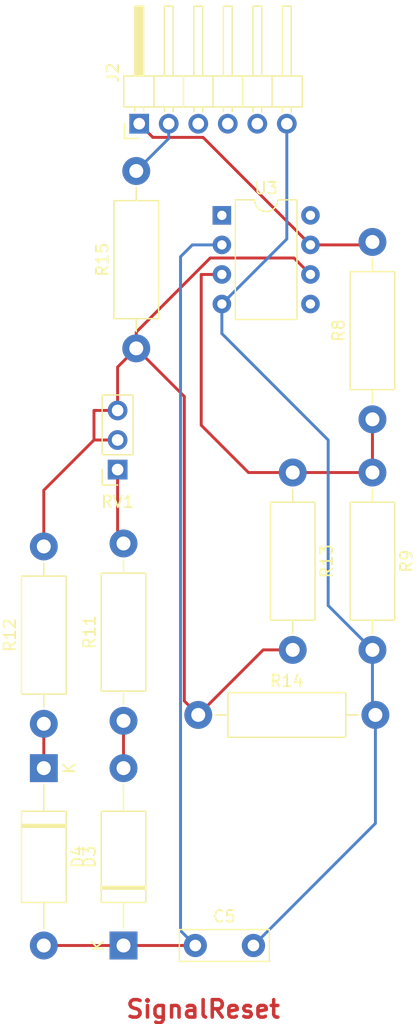
<source format=kicad_pcb>
(kicad_pcb (version 20221018) (generator pcbnew)
  (layers (0 "F.Cu" signal) (31 "B.Cu" signal) (34 "B.Paste" user) (35 "F.Paste" user) (36 "B.SilkS" user "B.Silkscreen") (37 "F.SilkS" user "F.Silkscreen") (38 "B.Mask" user) (39 "F.Mask" user) (44 "Edge.Cuts" user))
  (net 0 "")
  (footprint "Resistor_THT:R_Axial_DIN0411_L9.9mm_D3.6mm_P15.24mm_Horizontal" (layer "F.Cu") (at 33.702 78.994 90)
    (fp_text reference "R12" (at 7.62 -2.92 90) (layer "F.SilkS"))
    (fp_text value "39k")
    (fp_line (start 1.44 0) (end 2.55 0) (stroke (width 0.12)) (layer "F.SilkS"))
    (fp_line (start 2.55 -1.92) (end 2.55 1.92) (stroke (width 0.12)) (layer "F.SilkS"))
    (fp_line (start 2.55 1.92) (end 12.69 1.92) (stroke (width 0.12)) (layer "F.SilkS"))
    (fp_line (start 12.69 -1.92) (end 2.55 -1.92) (stroke (width 0.12)) (layer "F.SilkS"))
    (fp_line (start 12.69 1.92) (end 12.69 -1.92) (stroke (width 0.12)) (layer "F.SilkS"))
    (fp_line (start 13.8 0) (end 12.69 0) (stroke (width 0.12)) (layer "F.SilkS"))
    (pad "1" thru_hole circle (at 0 0 90) (size 2.4 2.4) (drill 1.2) (layers "*.Cu" "*.Mask"))
    (pad "2" thru_hole oval (at 15.24 0 90) (size 2.4 2.4) (drill 1.2) (layers "*.Cu" "*.Mask"))
  )
  (footprint "Resistor_THT:R_Axial_DIN0411_L9.9mm_D3.6mm_P15.24mm_Horizontal" (layer "F.Cu") (at 40.56 78.74 90)
    (fp_text reference "R11" (at 7.62 -2.92 90) (layer "F.SilkS"))
    (fp_text value "1k")
    (fp_line (start 1.44 0) (end 2.55 0) (stroke (width 0.12)) (layer "F.SilkS"))
    (fp_line (start 2.55 -1.92) (end 2.55 1.92) (stroke (width 0.12)) (layer "F.SilkS"))
    (fp_line (start 2.55 1.92) (end 12.69 1.92) (stroke (width 0.12)) (layer "F.SilkS"))
    (fp_line (start 12.69 -1.92) (end 2.55 -1.92) (stroke (width 0.12)) (layer "F.SilkS"))
    (fp_line (start 12.69 1.92) (end 12.69 -1.92) (stroke (width 0.12)) (layer "F.SilkS"))
    (fp_line (start 13.8 0) (end 12.69 0) (stroke (width 0.12)) (layer "F.SilkS"))
    (pad "1" thru_hole circle (at 0 0 90) (size 2.4 2.4) (drill 1.2) (layers "*.Cu" "*.Mask"))
    (pad "2" thru_hole oval (at 15.24 0 90) (size 2.4 2.4) (drill 1.2) (layers "*.Cu" "*.Mask"))
  )
  (footprint "Capacitor_THT:C_Disc_D7.5mm_W2.5mm_P5.00mm" (layer "F.Cu") (at 46.736 98.044)
    (fp_text reference "C5" (at 2.5 -2.5) (layer "F.SilkS"))
    (fp_text value "100n")
    (fp_line (start -1.37 -1.37) (end -1.37 1.37) (stroke (width 0.12)) (layer "F.SilkS"))
    (fp_line (start -1.37 -1.37) (end 6.37 -1.37) (stroke (width 0.12)) (layer "F.SilkS"))
    (fp_line (start -1.37 1.37) (end 6.37 1.37) (stroke (width 0.12)) (layer "F.SilkS"))
    (fp_line (start 6.37 -1.37) (end 6.37 1.37) (stroke (width 0.12)) (layer "F.SilkS"))
    (pad "1" thru_hole circle (at 0 0) (size 2 2) (drill 1) (layers "*.Cu" "*.Mask"))
    (pad "2" thru_hole circle (at 5 0) (size 2 2) (drill 1) (layers "*.Cu" "*.Mask"))
  )
  (footprint "Connector_PinHeader_2.54mm:PinHeader_1x06_P2.54mm_Horizontal" (layer "F.Cu") (at 41.91 27.432 90)
    (fp_text reference "J2" (at 4.385 -2.27 90) (layer "F.SilkS"))
    (fp_text value "Conn_01x06_Pin")
    (fp_line (start -1.27 -1.27) (end 0 -1.27) (stroke (width 0.12)) (layer "F.SilkS"))
    (fp_line (start -1.27 0) (end -1.27 -1.27) (stroke (width 0.12)) (layer "F.SilkS"))
    (fp_line (start 1.042929 2.16) (end 1.44 2.16) (stroke (width 0.12)) (layer "F.SilkS"))
    (fp_line (start 1.042929 2.92) (end 1.44 2.92) (stroke (width 0.12)) (layer "F.SilkS"))
    (fp_line (start 1.042929 4.7) (end 1.44 4.7) (stroke (width 0.12)) (layer "F.SilkS"))
    (fp_line (start 1.042929 5.46) (end 1.44 5.46) (stroke (width 0.12)) (layer "F.SilkS"))
    (fp_line (start 1.042929 7.24) (end 1.44 7.24) (stroke (width 0.12)) (layer "F.SilkS"))
    (fp_line (start 1.042929 8) (end 1.44 8) (stroke (width 0.12)) (layer "F.SilkS"))
    (fp_line (start 1.042929 9.78) (end 1.44 9.78) (stroke (width 0.12)) (layer "F.SilkS"))
    (fp_line (start 1.042929 10.54) (end 1.44 10.54) (stroke (width 0.12)) (layer "F.SilkS"))
    (fp_line (start 1.042929 12.32) (end 1.44 12.32) (stroke (width 0.12)) (layer "F.SilkS"))
    (fp_line (start 1.042929 13.08) (end 1.44 13.08) (stroke (width 0.12)) (layer "F.SilkS"))
    (fp_line (start 1.11 -0.38) (end 1.44 -0.38) (stroke (width 0.12)) (layer "F.SilkS"))
    (fp_line (start 1.11 0.38) (end 1.44 0.38) (stroke (width 0.12)) (layer "F.SilkS"))
    (fp_line (start 1.44 -1.33) (end 1.44 14.03) (stroke (width 0.12)) (layer "F.SilkS"))
    (fp_line (start 1.44 1.27) (end 4.1 1.27) (stroke (width 0.12)) (layer "F.SilkS"))
    (fp_line (start 1.44 3.81) (end 4.1 3.81) (stroke (width 0.12)) (layer "F.SilkS"))
    (fp_line (start 1.44 6.35) (end 4.1 6.35) (stroke (width 0.12)) (layer "F.SilkS"))
    (fp_line (start 1.44 8.89) (end 4.1 8.89) (stroke (width 0.12)) (layer "F.SilkS"))
    (fp_line (start 1.44 11.43) (end 4.1 11.43) (stroke (width 0.12)) (layer "F.SilkS"))
    (fp_line (start 1.44 14.03) (end 4.1 14.03) (stroke (width 0.12)) (layer "F.SilkS"))
    (fp_line (start 4.1 -1.33) (end 1.44 -1.33) (stroke (width 0.12)) (layer "F.SilkS"))
    (fp_line (start 4.1 -0.38) (end 10.1 -0.38) (stroke (width 0.12)) (layer "F.SilkS"))
    (fp_line (start 4.1 -0.32) (end 10.1 -0.32) (stroke (width 0.12)) (layer "F.SilkS"))
    (fp_line (start 4.1 -0.2) (end 10.1 -0.2) (stroke (width 0.12)) (layer "F.SilkS"))
    (fp_line (start 4.1 -0.08) (end 10.1 -0.08) (stroke (width 0.12)) (layer "F.SilkS"))
    (fp_line (start 4.1 0.04) (end 10.1 0.04) (stroke (width 0.12)) (layer "F.SilkS"))
    (fp_line (start 4.1 0.16) (end 10.1 0.16) (stroke (width 0.12)) (layer "F.SilkS"))
    (fp_line (start 4.1 0.28) (end 10.1 0.28) (stroke (width 0.12)) (layer "F.SilkS"))
    (fp_line (start 4.1 2.16) (end 10.1 2.16) (stroke (width 0.12)) (layer "F.SilkS"))
    (fp_line (start 4.1 4.7) (end 10.1 4.7) (stroke (width 0.12)) (layer "F.SilkS"))
    (fp_line (start 4.1 7.24) (end 10.1 7.24) (stroke (width 0.12)) (layer "F.SilkS"))
    (fp_line (start 4.1 9.78) (end 10.1 9.78) (stroke (width 0.12)) (layer "F.SilkS"))
    (fp_line (start 4.1 12.32) (end 10.1 12.32) (stroke (width 0.12)) (layer "F.SilkS"))
    (fp_line (start 4.1 14.03) (end 4.1 -1.33) (stroke (width 0.12)) (layer "F.SilkS"))
    (fp_line (start 10.1 -0.38) (end 10.1 0.38) (stroke (width 0.12)) (layer "F.SilkS"))
    (fp_line (start 10.1 0.38) (end 4.1 0.38) (stroke (width 0.12)) (layer "F.SilkS"))
    (fp_line (start 10.1 2.16) (end 10.1 2.92) (stroke (width 0.12)) (layer "F.SilkS"))
    (fp_line (start 10.1 2.92) (end 4.1 2.92) (stroke (width 0.12)) (layer "F.SilkS"))
    (fp_line (start 10.1 4.7) (end 10.1 5.46) (stroke (width 0.12)) (layer "F.SilkS"))
    (fp_line (start 10.1 5.46) (end 4.1 5.46) (stroke (width 0.12)) (layer "F.SilkS"))
    (fp_line (start 10.1 7.24) (end 10.1 8) (stroke (width 0.12)) (layer "F.SilkS"))
    (fp_line (start 10.1 8) (end 4.1 8) (stroke (width 0.12)) (layer "F.SilkS"))
    (fp_line (start 10.1 9.78) (end 10.1 10.54) (stroke (width 0.12)) (layer "F.SilkS"))
    (fp_line (start 10.1 10.54) (end 4.1 10.54) (stroke (width 0.12)) (layer "F.SilkS"))
    (fp_line (start 10.1 12.32) (end 10.1 13.08) (stroke (width 0.12)) (layer "F.SilkS"))
    (fp_line (start 10.1 13.08) (end 4.1 13.08) (stroke (width 0.12)) (layer "F.SilkS"))
    (pad "1" thru_hole rect (at 0 0 90) (size 1.7 1.7) (drill 1) (layers "*.Cu" "*.Mask"))
    (pad "2" thru_hole oval (at 0 2.54 90) (size 1.7 1.7) (drill 1) (layers "*.Cu" "*.Mask"))
    (pad "3" thru_hole oval (at 0 5.08 90) (size 1.7 1.7) (drill 1) (layers "*.Cu" "*.Mask"))
    (pad "4" thru_hole oval (at 0 7.62 90) (size 1.7 1.7) (drill 1) (layers "*.Cu" "*.Mask"))
    (pad "5" thru_hole oval (at 0 10.16 90) (size 1.7 1.7) (drill 1) (layers "*.Cu" "*.Mask"))
    (pad "6" thru_hole oval (at 0 12.7 90) (size 1.7 1.7) (drill 1) (layers "*.Cu" "*.Mask"))
  )
  (footprint "Resistor_THT:R_Axial_DIN0411_L9.9mm_D3.6mm_P15.24mm_Horizontal" (layer "F.Cu") (at 46.99 78.232)
    (fp_text reference "R14" (at 7.62 -2.92) (layer "F.SilkS"))
    (fp_text value "6.8k")
    (fp_line (start 1.44 0) (end 2.55 0) (stroke (width 0.12)) (layer "F.SilkS"))
    (fp_line (start 2.55 -1.92) (end 2.55 1.92) (stroke (width 0.12)) (layer "F.SilkS"))
    (fp_line (start 2.55 1.92) (end 12.69 1.92) (stroke (width 0.12)) (layer "F.SilkS"))
    (fp_line (start 12.69 -1.92) (end 2.55 -1.92) (stroke (width 0.12)) (layer "F.SilkS"))
    (fp_line (start 12.69 1.92) (end 12.69 -1.92) (stroke (width 0.12)) (layer "F.SilkS"))
    (fp_line (start 13.8 0) (end 12.69 0) (stroke (width 0.12)) (layer "F.SilkS"))
    (pad "1" thru_hole circle (at 0 0) (size 2.4 2.4) (drill 1.2) (layers "*.Cu" "*.Mask"))
    (pad "2" thru_hole oval (at 15.24 0) (size 2.4 2.4) (drill 1.2) (layers "*.Cu" "*.Mask"))
  )
  (footprint "Resistor_THT:R_Axial_DIN0411_L9.9mm_D3.6mm_P15.24mm_Horizontal" (layer "F.Cu") (at 41.656 46.736 90)
    (fp_text reference "R15" (at 7.62 -2.92 90) (layer "F.SilkS"))
    (fp_text value "8.2k")
    (fp_line (start 1.44 0) (end 2.55 0) (stroke (width 0.12)) (layer "F.SilkS"))
    (fp_line (start 2.55 -1.92) (end 2.55 1.92) (stroke (width 0.12)) (layer "F.SilkS"))
    (fp_line (start 2.55 1.92) (end 12.69 1.92) (stroke (width 0.12)) (layer "F.SilkS"))
    (fp_line (start 12.69 -1.92) (end 2.55 -1.92) (stroke (width 0.12)) (layer "F.SilkS"))
    (fp_line (start 12.69 1.92) (end 12.69 -1.92) (stroke (width 0.12)) (layer "F.SilkS"))
    (fp_line (start 13.8 0) (end 12.69 0) (stroke (width 0.12)) (layer "F.SilkS"))
    (pad "1" thru_hole circle (at 0 0 90) (size 2.4 2.4) (drill 1.2) (layers "*.Cu" "*.Mask"))
    (pad "2" thru_hole oval (at 15.24 0 90) (size 2.4 2.4) (drill 1.2) (layers "*.Cu" "*.Mask"))
  )
  (footprint "Diode_THT:D_DO-15_P15.24mm_Horizontal" (layer "F.Cu") (at 40.56 98.044 90)
    (fp_text reference "D3" (at 7.62 -2.92 90) (layer "F.SilkS"))
    (fp_text value "1N4148")
    (fp_text user "K" (at 0 -2.2 90) (layer "F.SilkS"))
    (fp_line (start 1.44 0) (end 3.7 0) (stroke (width 0.12)) (layer "F.SilkS"))
    (fp_line (start 3.7 -1.92) (end 3.7 1.92) (stroke (width 0.12)) (layer "F.SilkS"))
    (fp_line (start 3.7 1.92) (end 11.54 1.92) (stroke (width 0.12)) (layer "F.SilkS"))
    (fp_line (start 4.84 -1.92) (end 4.84 1.92) (stroke (width 0.12)) (layer "F.SilkS"))
    (fp_line (start 4.96 -1.92) (end 4.96 1.92) (stroke (width 0.12)) (layer "F.SilkS"))
    (fp_line (start 5.08 -1.92) (end 5.08 1.92) (stroke (width 0.12)) (layer "F.SilkS"))
    (fp_line (start 11.54 -1.92) (end 3.7 -1.92) (stroke (width 0.12)) (layer "F.SilkS"))
    (fp_line (start 11.54 1.92) (end 11.54 -1.92) (stroke (width 0.12)) (layer "F.SilkS"))
    (fp_line (start 13.8 0) (end 11.54 0) (stroke (width 0.12)) (layer "F.SilkS"))
    (pad "1" thru_hole rect (at 0 0 90) (size 2.4 2.4) (drill 1.2) (layers "*.Cu" "*.Mask"))
    (pad "2" thru_hole oval (at 15.24 0 90) (size 2.4 2.4) (drill 1.2) (layers "*.Cu" "*.Mask"))
  )
  (footprint "Resistor_THT:R_Axial_DIN0411_L9.9mm_D3.6mm_P15.24mm_Horizontal" (layer "F.Cu") (at 61.976 57.404 -90)
    (fp_text reference "R9" (at 7.62 -2.92 90) (layer "F.SilkS"))
    (fp_text value "33k")
    (fp_line (start 1.44 0) (end 2.55 0) (stroke (width 0.12)) (layer "F.SilkS"))
    (fp_line (start 2.55 -1.92) (end 2.55 1.92) (stroke (width 0.12)) (layer "F.SilkS"))
    (fp_line (start 2.55 1.92) (end 12.69 1.92) (stroke (width 0.12)) (layer "F.SilkS"))
    (fp_line (start 12.69 -1.92) (end 2.55 -1.92) (stroke (width 0.12)) (layer "F.SilkS"))
    (fp_line (start 12.69 1.92) (end 12.69 -1.92) (stroke (width 0.12)) (layer "F.SilkS"))
    (fp_line (start 13.8 0) (end 12.69 0) (stroke (width 0.12)) (layer "F.SilkS"))
    (pad "1" thru_hole circle (at 0 0 270) (size 2.4 2.4) (drill 1.2) (layers "*.Cu" "*.Mask"))
    (pad "2" thru_hole oval (at 15.24 0 270) (size 2.4 2.4) (drill 1.2) (layers "*.Cu" "*.Mask"))
  )
  (footprint "Diode_THT:D_DO-15_P15.24mm_Horizontal" (layer "F.Cu") (at 33.702 82.804 -90)
    (fp_text reference "D4" (at 7.62 -2.92 90) (layer "F.SilkS"))
    (fp_text value "1N4148")
    (fp_text user "K" (at 0 -2.2 90) (layer "F.SilkS"))
    (fp_line (start 1.44 0) (end 3.7 0) (stroke (width 0.12)) (layer "F.SilkS"))
    (fp_line (start 3.7 -1.92) (end 3.7 1.92) (stroke (width 0.12)) (layer "F.SilkS"))
    (fp_line (start 3.7 1.92) (end 11.54 1.92) (stroke (width 0.12)) (layer "F.SilkS"))
    (fp_line (start 4.84 -1.92) (end 4.84 1.92) (stroke (width 0.12)) (layer "F.SilkS"))
    (fp_line (start 4.96 -1.92) (end 4.96 1.92) (stroke (width 0.12)) (layer "F.SilkS"))
    (fp_line (start 5.08 -1.92) (end 5.08 1.92) (stroke (width 0.12)) (layer "F.SilkS"))
    (fp_line (start 11.54 -1.92) (end 3.7 -1.92) (stroke (width 0.12)) (layer "F.SilkS"))
    (fp_line (start 11.54 1.92) (end 11.54 -1.92) (stroke (width 0.12)) (layer "F.SilkS"))
    (fp_line (start 13.8 0) (end 11.54 0) (stroke (width 0.12)) (layer "F.SilkS"))
    (pad "1" thru_hole rect (at 0 0 270) (size 2.4 2.4) (drill 1.2) (layers "*.Cu" "*.Mask"))
    (pad "2" thru_hole oval (at 15.24 0 270) (size 2.4 2.4) (drill 1.2) (layers "*.Cu" "*.Mask"))
  )
  (footprint "Resistor_THT:R_Axial_DIN0411_L9.9mm_D3.6mm_P15.24mm_Horizontal" (layer "F.Cu") (at 61.976 52.832 90)
    (fp_text reference "R8" (at 7.62 -2.92 90) (layer "F.SilkS"))
    (fp_text value "33k")
    (fp_line (start 1.44 0) (end 2.55 0) (stroke (width 0.12)) (layer "F.SilkS"))
    (fp_line (start 2.55 -1.92) (end 2.55 1.92) (stroke (width 0.12)) (layer "F.SilkS"))
    (fp_line (start 2.55 1.92) (end 12.69 1.92) (stroke (width 0.12)) (layer "F.SilkS"))
    (fp_line (start 12.69 -1.92) (end 2.55 -1.92) (stroke (width 0.12)) (layer "F.SilkS"))
    (fp_line (start 12.69 1.92) (end 12.69 -1.92) (stroke (width 0.12)) (layer "F.SilkS"))
    (fp_line (start 13.8 0) (end 12.69 0) (stroke (width 0.12)) (layer "F.SilkS"))
    (pad "1" thru_hole circle (at 0 0 90) (size 2.4 2.4) (drill 1.2) (layers "*.Cu" "*.Mask"))
    (pad "2" thru_hole oval (at 15.24 0 90) (size 2.4 2.4) (drill 1.2) (layers "*.Cu" "*.Mask"))
  )
  (footprint "Package_DIP:DIP-8_W7.62mm" (layer "F.Cu") (at 49.022 35.306)
    (fp_text reference "U3" (at 3.81 -2.33) (layer "F.SilkS"))
    (fp_text value "MCP601-xP")
    (fp_line (start 1.16 -1.33) (end 1.16 8.95) (stroke (width 0.12)) (layer "F.SilkS"))
    (fp_line (start 1.16 8.95) (end 6.46 8.95) (stroke (width 0.12)) (layer "F.SilkS"))
    (fp_line (start 2.81 -1.33) (end 1.16 -1.33) (stroke (width 0.12)) (layer "F.SilkS"))
    (fp_line (start 6.46 -1.33) (end 4.81 -1.33) (stroke (width 0.12)) (layer "F.SilkS"))
    (fp_line (start 6.46 8.95) (end 6.46 -1.33) (stroke (width 0.12)) (layer "F.SilkS"))
    (fp_arc (start 4.81 -1.33) (mid 3.81 -0.33) (end 2.81 -1.33) (stroke (width 0.12)) (layer "F.SilkS"))
    (pad "1" thru_hole rect (at 0 0) (size 1.6 1.6) (drill 0.8) (layers "*.Cu" "*.Mask"))
    (pad "2" thru_hole oval (at 0 2.54) (size 1.6 1.6) (drill 0.8) (layers "*.Cu" "*.Mask"))
    (pad "3" thru_hole oval (at 0 5.08) (size 1.6 1.6) (drill 0.8) (layers "*.Cu" "*.Mask"))
    (pad "4" thru_hole oval (at 0 7.62) (size 1.6 1.6) (drill 0.8) (layers "*.Cu" "*.Mask"))
    (pad "5" thru_hole oval (at 7.62 7.62) (size 1.6 1.6) (drill 0.8) (layers "*.Cu" "*.Mask"))
    (pad "6" thru_hole oval (at 7.62 5.08) (size 1.6 1.6) (drill 0.8) (layers "*.Cu" "*.Mask"))
    (pad "7" thru_hole oval (at 7.62 2.54) (size 1.6 1.6) (drill 0.8) (layers "*.Cu" "*.Mask"))
    (pad "8" thru_hole oval (at 7.62 0) (size 1.6 1.6) (drill 0.8) (layers "*.Cu" "*.Mask"))
  )
  (footprint "Connector_PinSocket_2.54mm:PinSocket_1x03_P2.54mm_Vertical" (layer "F.Cu") (at 40.052 57.15 180)
    (fp_text reference "RV1" (at 0 -2.77) (layer "F.SilkS"))
    (fp_text value "0-5k")
    (fp_line (start -1.33 1.27) (end -1.33 6.41) (stroke (width 0.12)) (layer "F.SilkS"))
    (fp_line (start -1.33 1.27) (end 1.33 1.27) (stroke (width 0.12)) (layer "F.SilkS"))
    (fp_line (start -1.33 6.41) (end 1.33 6.41) (stroke (width 0.12)) (layer "F.SilkS"))
    (fp_line (start 0 -1.33) (end 1.33 -1.33) (stroke (width 0.12)) (layer "F.SilkS"))
    (fp_line (start 1.33 -1.33) (end 1.33 0) (stroke (width 0.12)) (layer "F.SilkS"))
    (fp_line (start 1.33 1.27) (end 1.33 6.41) (stroke (width 0.12)) (layer "F.SilkS"))
    (pad "1" thru_hole rect (at 0 0 180) (size 1.7 1.7) (drill 1) (layers "*.Cu" "*.Mask"))
    (pad "2" thru_hole oval (at 0 2.54 180) (size 1.7 1.7) (drill 1) (layers "*.Cu" "*.Mask"))
    (pad "3" thru_hole oval (at 0 5.08 180) (size 1.7 1.7) (drill 1) (layers "*.Cu" "*.Mask"))
  )
  (footprint "Resistor_THT:R_Axial_DIN0411_L9.9mm_D3.6mm_P15.24mm_Horizontal" (layer "F.Cu") (at 55.118 57.404 -90)
    (fp_text reference "R13" (at 7.62 -2.92 90) (layer "F.SilkS"))
    (fp_text value "15k")
    (fp_line (start 1.44 0) (end 2.55 0) (stroke (width 0.12)) (layer "F.SilkS"))
    (fp_line (start 2.55 -1.92) (end 2.55 1.92) (stroke (width 0.12)) (layer "F.SilkS"))
    (fp_line (start 2.55 1.92) (end 12.69 1.92) (stroke (width 0.12)) (layer "F.SilkS"))
    (fp_line (start 12.69 -1.92) (end 2.55 -1.92) (stroke (width 0.12)) (layer "F.SilkS"))
    (fp_line (start 12.69 1.92) (end 12.69 -1.92) (stroke (width 0.12)) (layer "F.SilkS"))
    (fp_line (start 13.8 0) (end 12.69 0) (stroke (width 0.12)) (layer "F.SilkS"))
    (pad "1" thru_hole circle (at 0 0 270) (size 2.4 2.4) (drill 1.2) (layers "*.Cu" "*.Mask"))
    (pad "2" thru_hole oval (at 15.24 0 270) (size 2.4 2.4) (drill 1.2) (layers "*.Cu" "*.Mask"))
  )
  (gr_text "SignalReset" (at 40.64 104.394) (layer "F.Cu") (effects (font (size 1.5 1.5) (thickness 0.3) bold) (justify left bottom)))
  (segment (start 33.702 98.044) (end 40.56 98.044) (width 0.25) (layer "F.Cu") (net 0))
  (segment (start 49.022 40.386) (end 47.244 40.386) (width 0.25) (layer "F.Cu") (net 0))
  (segment (start 56.642 37.846) (end 61.722 37.846) (width 0.25) (layer "F.Cu") (net 0))
  (segment (start 56.642 40.386) (end 55.227 38.971) (width 0.25) (layer "F.Cu") (net 0))
  (segment (start 48.022604 38.971) (end 41.656 45.337604) (width 0.25) (layer "F.Cu") (net 0))
  (segment (start 40.052 52.07) (end 38.02 52.07) (width 0.25) (layer "F.Cu") (net 0))
  (segment (start 40.052 57.15) (end 40.052 62.992) (width 0.25) (layer "F.Cu") (net 0))
  (segment (start 55.227 38.971) (end 48.022604 38.971) (width 0.25) (layer "F.Cu") (net 0))
  (segment (start 38.02 54.61) (end 40.052 54.61) (width 0.25) (layer "F.Cu") (net 0))
  (segment (start 41.656 45.337604) (end 41.656 46.736) (width 0.25) (layer "F.Cu") (net 0))
  (segment (start 56.642 37.846) (end 47.403 28.607) (width 0.25) (layer "F.Cu") (net 0))
  (segment (start 40.56 98.044) (end 46.736 98.044) (width 0.25) (layer "F.Cu") (net 0))
  (segment (start 52.578 72.644) (end 46.99 78.232) (width 0.25) (layer "F.Cu") (net 0))
  (segment (start 40.052 48.34) (end 41.656 46.736) (width 0.25) (layer "F.Cu") (net 0))
  (segment (start 43.085 28.607) (end 41.91 27.432) (width 0.25) (layer "F.Cu") (net 0))
  (segment (start 45.79 50.87) (end 41.656 46.736) (width 0.25) (layer "F.Cu") (net 0))
  (segment (start 45.79 77.032) (end 45.79 50.87) (width 0.25) (layer "F.Cu") (net 0))
  (segment (start 33.702 63.754) (end 33.702 58.928) (width 0.25) (layer "F.Cu") (net 0))
  (segment (start 61.722 37.846) (end 61.976 37.592) (width 0.25) (layer "F.Cu") (net 0))
  (segment (start 55.118 72.644) (end 52.578 72.644) (width 0.25) (layer "F.Cu") (net 0))
  (segment (start 38.02 52.07) (end 38.02 54.61) (width 0.25) (layer "F.Cu") (net 0))
  (segment (start 40.052 52.07) (end 40.052 48.34) (width 0.25) (layer "F.Cu") (net 0))
  (segment (start 40.052 62.992) (end 40.56 63.5) (width 0.25) (layer "F.Cu") (net 0))
  (segment (start 47.244 53.34) (end 51.308 57.404) (width 0.25) (layer "F.Cu") (net 0))
  (segment (start 47.244 40.386) (end 47.244 53.34) (width 0.25) (layer "F.Cu") (net 0))
  (segment (start 61.976 52.832) (end 61.976 57.404) (width 0.25) (layer "F.Cu") (net 0))
  (segment (start 55.118 57.404) (end 61.976 57.404) (width 0.25) (layer "F.Cu") (net 0))
  (segment (start 46.99 78.232) (end 45.79 77.032) (width 0.25) (layer "F.Cu") (net 0))
  (segment (start 47.403 28.607) (end 43.085 28.607) (width 0.25) (layer "F.Cu") (net 0))
  (segment (start 51.308 57.404) (end 55.118 57.404) (width 0.25) (layer "F.Cu") (net 0))
  (segment (start 40.56 78.74) (end 40.56 82.804) (width 0.25) (layer "F.Cu") (net 0))
  (segment (start 33.702 58.928) (end 38.02 54.61) (width 0.25) (layer "F.Cu") (net 0))
  (segment (start 33.702 78.994) (end 33.702 82.804) (width 0.25) (layer "F.Cu") (net 0))
  (segment (start 49.022 45.466) (end 58.166 54.61) (width 0.25) (layer "B.Cu") (net 0))
  (segment (start 46.736 98.044) (end 45.465 96.773) (width 0.25) (layer "B.Cu") (net 0))
  (segment (start 46.482 37.846) (end 49.022 37.846) (width 0.25) (layer "B.Cu") (net 0))
  (segment (start 45.465 38.863) (end 46.482 37.846) (width 0.25) (layer "B.Cu") (net 0))
  (segment (start 58.166 68.834) (end 61.976 72.644) (width 0.25) (layer "B.Cu") (net 0))
  (segment (start 61.976 77.978) (end 62.23 78.232) (width 0.25) (layer "B.Cu") (net 0))
  (segment (start 44.45 28.702) (end 44.45 27.432) (width 0.25) (layer "B.Cu") (net 0))
  (segment (start 62.23 78.232) (end 62.23 87.55) (width 0.25) (layer "B.Cu") (net 0))
  (segment (start 41.656 31.496) (end 44.45 28.702) (width 0.25) (layer "B.Cu") (net 0))
  (segment (start 49.022 42.926) (end 49.022 45.466) (width 0.25) (layer "B.Cu") (net 0))
  (segment (start 54.61 37.338) (end 54.61 27.432) (width 0.25) (layer "B.Cu") (net 0))
  (segment (start 58.166 54.61) (end 58.166 68.834) (width 0.25) (layer "B.Cu") (net 0))
  (segment (start 45.465 96.773) (end 45.465 38.863) (width 0.25) (layer "B.Cu") (net 0))
  (segment (start 49.022 42.926) (end 54.61 37.338) (width 0.25) (layer "B.Cu") (net 0))
  (segment (start 61.976 72.644) (end 61.976 77.978) (width 0.25) (layer "B.Cu") (net 0))
  (segment (start 62.23 87.55) (end 51.736 98.044) (width 0.25) (layer "B.Cu") (net 0))
)
</source>
